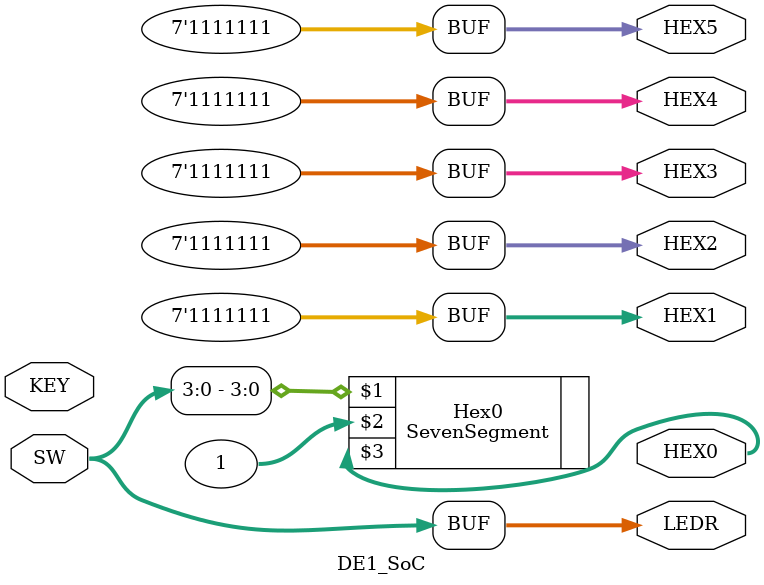
<source format=sv>

module DE1_SoC (HEX0, HEX1, HEX2, HEX3, HEX4, HEX5, KEY, LEDR, SW);
	output logic [6:0] HEX0, HEX1, HEX2, HEX3, HEX4, HEX5;
	output logic [9:0] LEDR;
	input logic [3:0] KEY;
	input logic [9:0] SW;
	
	assign LEDR = SW;
	SevenSegment Hex0( SW[ 3:0 ], 1, HEX0); 
	assign HEX1 = '1;
	assign HEX2 = '1;
	assign HEX3 = '1;
	assign HEX4 = '1;
	assign HEX5 = '1;
endmodule
</source>
